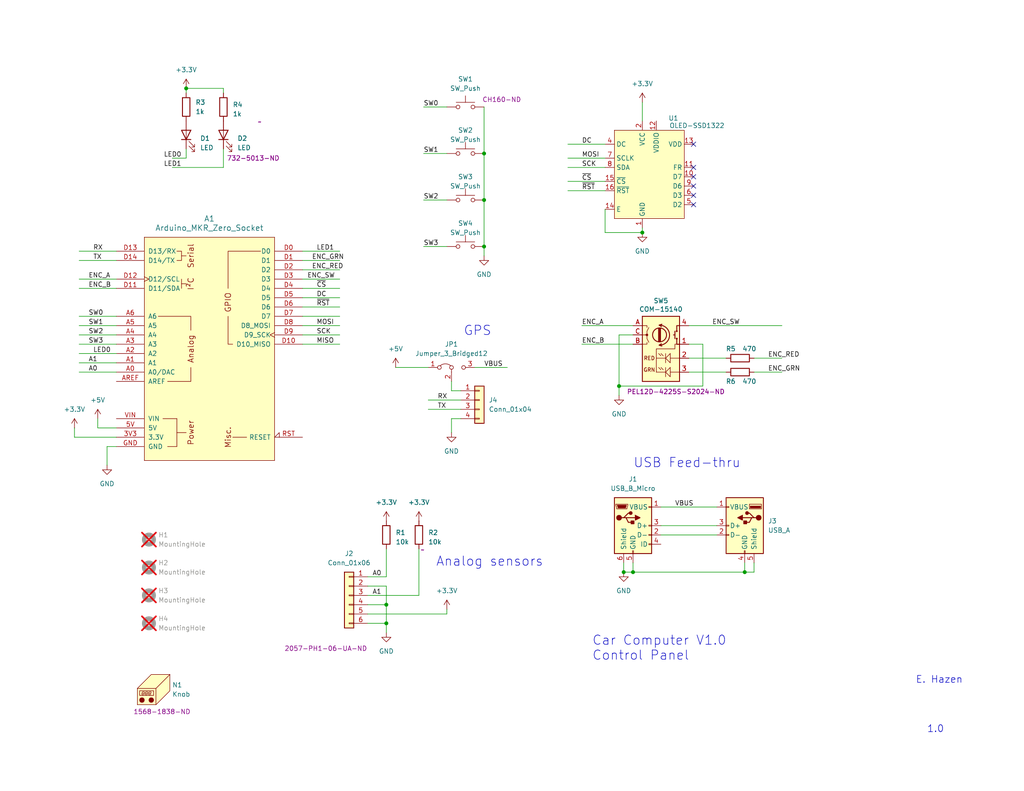
<source format=kicad_sch>
(kicad_sch (version 20250114) (generator "eeschema") (generator_version "9.0")
  (paper "A")
  (lib_symbols
    (symbol "Connector:USB_A" (pin_names (offset 1.016))
      (property "Reference" "J" (at -5.08 11.43 0))
      (property "Value" "USB_A" (at -5.08 8.89 0))
      (symbol "USB_A_0_1"
        (rectangle (start -5.08 -7.62) (end 5.08 7.62) (stroke (width 0.254)) (fill (type background)))
        (circle (center -3.81 2.159) (radius 0.635) (stroke (width 0.254)) (fill (type outline)))
        (polyline (pts (xy -3.175 2.159) (xy -2.54 2.159) (xy -1.27 3.429) (xy -0.635 3.429)) (stroke (width 0.254)))
        (polyline (pts (xy -2.54 2.159) (xy -1.905 2.159) (xy -1.27 0.889) (xy 0 0.889)) (stroke (width 0.254)))
        (rectangle (start -1.524 4.826) (end -4.318 5.334) (fill (type outline)))
        (rectangle (start -1.27 4.572) (end -4.572 5.842))
        (circle (center -0.635 3.429) (radius 0.381) (stroke (width 0.254)) (fill (type outline)))
        (rectangle (start -0.127 -7.62) (end 0.127 -6.858))
        (rectangle (start 0.254 1.27) (end -0.508 0.508) (stroke (width 0.254)) (fill (type outline)))
        (polyline (pts (xy 0.635 2.794) (xy 0.635 1.524) (xy 1.905 2.159) (xy 0.635 2.794)) (stroke (width 0.254)) (fill (type outline)))
        (rectangle (start 5.08 4.953) (end 4.318 5.207))
        (rectangle (start 5.08 -0.127) (end 4.318 0.127))
        (rectangle (start 5.08 -2.667) (end 4.318 -2.413))
      )
      (symbol "USB_A_1_1"
        (polyline (pts (xy -1.905 2.159) (xy 0.635 2.159)) (stroke (width 0.254)))
        (pin passive line (at -2.54 -10.16 90) (length 2.54) (name "Shield") (number "5"))
        (pin power_in line (at 0 -10.16 90) (length 2.54) (name "GND") (number "4"))
        (pin power_in line (at 7.62 5.08 180) (length 2.54) (name "VBUS") (number "1"))
        (pin bidirectional line (at 7.62 0 180) (length 2.54) (name "D+") (number "3"))
        (pin bidirectional line (at 7.62 -2.54 180) (length 2.54) (name "D-") (number "2"))
      )
    )
    (symbol "Connector:USB_B_Micro" (pin_names (offset 1.016))
      (property "Reference" "J" (at -5.08 11.43 0))
      (property "Value" "USB_B_Micro" (at -5.08 8.89 0))
      (symbol "USB_B_Micro_0_1"
        (rectangle (start -5.08 -7.62) (end 5.08 7.62) (stroke (width 0.254)) (fill (type background)))
        (polyline (pts (xy -4.699 5.842) (xy -4.699 5.588) (xy -4.445 4.826) (xy -4.445 4.572) (xy -1.651 4.572) (xy -1.651 4.826) (xy -1.397 5.588) (xy -1.397 5.842) (xy -4.699 5.842)))
        (polyline (pts (xy -4.318 5.588) (xy -1.778 5.588) (xy -2.032 4.826) (xy -4.064 4.826) (xy -4.318 5.588)) (fill (type outline)))
        (circle (center -3.81 2.159) (radius 0.635) (stroke (width 0.254)) (fill (type outline)))
        (polyline (pts (xy -3.175 2.159) (xy -2.54 2.159) (xy -1.27 3.429) (xy -0.635 3.429)) (stroke (width 0.254)))
        (polyline (pts (xy -2.54 2.159) (xy -1.905 2.159) (xy -1.27 0.889) (xy 0 0.889)) (stroke (width 0.254)))
        (polyline (pts (xy -1.905 2.159) (xy 0.635 2.159)) (stroke (width 0.254)))
        (circle (center -0.635 3.429) (radius 0.381) (stroke (width 0.254)) (fill (type outline)))
        (rectangle (start -0.127 -7.62) (end 0.127 -6.858))
        (rectangle (start 0.254 1.27) (end -0.508 0.508) (stroke (width 0.254)) (fill (type outline)))
        (polyline (pts (xy 0.635 2.794) (xy 0.635 1.524) (xy 1.905 2.159) (xy 0.635 2.794)) (stroke (width 0.254)) (fill (type outline)))
        (rectangle (start 5.08 4.953) (end 4.318 5.207))
        (rectangle (start 5.08 -0.127) (end 4.318 0.127))
        (rectangle (start 5.08 -2.667) (end 4.318 -2.413))
        (rectangle (start 5.08 -5.207) (end 4.318 -4.953))
      )
      (symbol "USB_B_Micro_1_1"
        (pin passive line (at -2.54 -10.16 90) (length 2.54) (name "Shield") (number "6"))
        (pin power_out line (at 0 -10.16 90) (length 2.54) (name "GND") (number "5"))
        (pin power_out line (at 7.62 5.08 180) (length 2.54) (name "VBUS") (number "1"))
        (pin bidirectional line (at 7.62 0 180) (length 2.54) (name "D+") (number "3"))
        (pin bidirectional line (at 7.62 -2.54 180) (length 2.54) (name "D-") (number "2"))
        (pin passive line (at 7.62 -5.08 180) (length 2.54) (name "ID") (number "4"))
      )
    )
    (symbol "Connector_Generic:Conn_01x04" (pin_names (offset 1.016) (hide yes))
      (property "Reference" "J" (at 0 5.08 0))
      (property "Value" "Conn_01x04" (at 0 -7.62 0))
      (symbol "Conn_01x04_1_1"
        (rectangle (start -1.27 3.81) (end 1.27 -6.35) (stroke (width 0.254)) (fill (type background)))
        (rectangle (start -1.27 2.667) (end 0 2.413) (stroke (width 0.1524)))
        (rectangle (start -1.27 0.127) (end 0 -0.127) (stroke (width 0.1524)))
        (rectangle (start -1.27 -2.413) (end 0 -2.667) (stroke (width 0.1524)))
        (rectangle (start -1.27 -4.953) (end 0 -5.207) (stroke (width 0.1524)))
        (pin passive line (at -5.08 2.54 0) (length 3.81) (name "Pin_1") (number "1"))
        (pin passive line (at -5.08 0 0) (length 3.81) (name "Pin_2") (number "2"))
        (pin passive line (at -5.08 -2.54 0) (length 3.81) (name "Pin_3") (number "3"))
        (pin passive line (at -5.08 -5.08 0) (length 3.81) (name "Pin_4") (number "4"))
      )
    )
    (symbol "Connector_Generic:Conn_01x06" (pin_names (offset 1.016) (hide yes))
      (property "Reference" "J" (at 0 7.62 0))
      (property "Value" "Conn_01x06" (at 0 -10.16 0))
      (symbol "Conn_01x06_1_1"
        (rectangle (start -1.27 6.35) (end 1.27 -8.89) (stroke (width 0.254)) (fill (type background)))
        (rectangle (start -1.27 5.207) (end 0 4.953) (stroke (width 0.1524)))
        (rectangle (start -1.27 2.667) (end 0 2.413) (stroke (width 0.1524)))
        (rectangle (start -1.27 0.127) (end 0 -0.127) (stroke (width 0.1524)))
        (rectangle (start -1.27 -2.413) (end 0 -2.667) (stroke (width 0.1524)))
        (rectangle (start -1.27 -4.953) (end 0 -5.207) (stroke (width 0.1524)))
        (rectangle (start -1.27 -7.493) (end 0 -7.747) (stroke (width 0.1524)))
        (pin passive line (at -5.08 5.08 0) (length 3.81) (name "Pin_1") (number "1"))
        (pin passive line (at -5.08 2.54 0) (length 3.81) (name "Pin_2") (number "2"))
        (pin passive line (at -5.08 0 0) (length 3.81) (name "Pin_3") (number "3"))
        (pin passive line (at -5.08 -2.54 0) (length 3.81) (name "Pin_4") (number "4"))
        (pin passive line (at -5.08 -5.08 0) (length 3.81) (name "Pin_5") (number "5"))
        (pin passive line (at -5.08 -7.62 0) (length 3.81) (name "Pin_6") (number "6"))
      )
    )
    (symbol "Device:LED" (pin_numbers (hide yes)) (pin_names (offset 1.016) (hide yes))
      (property "Reference" "D" (at 0 2.54 0))
      (property "Value" "LED" (at 0 -2.54 0))
      (symbol "LED_0_1"
        (polyline (pts (xy -3.048 -0.762) (xy -4.572 -2.286) (xy -3.81 -2.286) (xy -4.572 -2.286) (xy -4.572 -1.524)))
        (polyline (pts (xy -1.778 -0.762) (xy -3.302 -2.286) (xy -2.54 -2.286) (xy -3.302 -2.286) (xy -3.302 -1.524)))
        (polyline (pts (xy -1.27 0) (xy 1.27 0)))
        (polyline (pts (xy -1.27 -1.27) (xy -1.27 1.27)) (stroke (width 0.254)))
        (polyline (pts (xy 1.27 -1.27) (xy 1.27 1.27) (xy -1.27 0) (xy 1.27 -1.27)) (stroke (width 0.254)))
      )
      (symbol "LED_1_1"
        (pin passive line (at -3.81 0 0) (length 2.54) (name "K") (number "1"))
        (pin passive line (at 3.81 0 180) (length 2.54) (name "A") (number "2"))
      )
    )
    (symbol "Device:R" (pin_numbers (hide yes)) (pin_names (offset 0))
      (property "Reference" "R" (at 2.032 0 90))
      (property "Value" "R" (at 0 0 90))
      (symbol "R_0_1"
        (rectangle (start -1.016 -2.54) (end 1.016 2.54) (stroke (width 0.254)))
      )
      (symbol "R_1_1"
        (pin passive line (at 0 3.81 270) (length 1.27) (name "~") (number "1"))
        (pin passive line (at 0 -3.81 90) (length 1.27) (name "~") (number "2"))
      )
    )
    (symbol "Jumper:Jumper_3_Bridged12" (pin_names (offset 0) (hide yes)) (in_bom no)
      (property "Reference" "JP" (at -2.54 -2.54 0))
      (property "Value" "Jumper_3_Bridged12" (at 0 2.794 0))
      (symbol "Jumper_3_Bridged12_0_0"
        (circle (center -3.302 0) (radius 0.508))
        (circle (center 0 0) (radius 0.508))
        (circle (center 3.302 0) (radius 0.508))
      )
      (symbol "Jumper_3_Bridged12_0_1"
        (arc (start -3.048 0.508) (mid -1.651 0.9912) (end -0.254 0.508))
        (polyline (pts (xy 0 -1.27) (xy 0 -0.508)))
      )
      (symbol "Jumper_3_Bridged12_1_1"
        (pin passive line (at -6.35 0 0) (length 2.54) (name "A") (number "1"))
        (pin passive line (at 0 -3.81 90) (length 2.54) (name "C") (number "2"))
        (pin passive line (at 6.35 0 180) (length 2.54) (name "B") (number "3"))
      )
    )
    (symbol "Mechanical:Housing" (pin_names (offset 1.016)) (exclude_from_sim yes)
      (property "Reference" "N" (at 3.81 0 0))
      (property "Value" "Housing" (at 3.81 -1.905 0))
      (symbol "Housing_0_1"
        (polyline (pts (xy -5.715 0) (xy -0.635 0) (xy 3.175 3.81)))
        (polyline (pts (xy -5.715 0) (xy -5.715 -4.445) (xy -0.635 -4.445) (xy 3.175 -0.635) (xy 3.175 3.81) (xy -1.905 3.81) (xy -5.715 0)) (fill (type background)))
        (rectangle (start -5.08 -0.635) (end -1.27 -1.905))
        (polyline (pts (xy -4.5212 -1.5748) (xy -4.4704 -1.3716)))
        (circle (center -4.445 -3.175) (radius 0.635) (fill (type outline)))
        (polyline (pts (xy -4.4196 -1.2192) (xy -4.3688 -0.9652)))
        (polyline (pts (xy -4.4196 -1.6764) (xy -4.064 -1.6764)))
        (polyline (pts (xy -4.318 -1.3208) (xy -4.0132 -1.3208)))
        (polyline (pts (xy -4.2164 -0.9144) (xy -3.9116 -0.9144)))
        (polyline (pts (xy -3.9116 -1.6256) (xy -3.8608 -1.3716)))
        (polyline (pts (xy -3.81 -1.2192) (xy -3.7592 -0.9652)))
        (polyline (pts (xy -3.6068 -1.5748) (xy -3.556 -1.3716)))
        (polyline (pts (xy -3.5052 -1.2192) (xy -3.4544 -0.9652)))
        (polyline (pts (xy -3.5052 -1.6764) (xy -3.1496 -1.6764)))
        (polyline (pts (xy -3.4036 -1.3208) (xy -3.0988 -1.3208)))
        (polyline (pts (xy -3.302 -0.9144) (xy -2.9972 -0.9144)))
        (polyline (pts (xy -2.9972 -1.6256) (xy -2.9464 -1.3716)))
        (polyline (pts (xy -2.8956 -1.2192) (xy -2.8448 -0.9652)))
        (polyline (pts (xy -2.6924 -1.5748) (xy -2.6416 -1.3716)))
        (polyline (pts (xy -2.5908 -1.2192) (xy -2.54 -0.9652)))
        (polyline (pts (xy -2.5908 -1.6764) (xy -2.2352 -1.6764)))
        (polyline (pts (xy -2.4892 -1.3208) (xy -2.1844 -1.3208)))
        (polyline (pts (xy -2.3876 -0.9144) (xy -2.0828 -0.9144)))
        (polyline (pts (xy -2.0828 -1.6256) (xy -2.032 -1.3716)))
        (polyline (pts (xy -1.9812 -1.2192) (xy -1.9304 -0.9652)))
        (circle (center -1.905 -3.175) (radius 0.635) (fill (type outline)))
        (polyline (pts (xy -0.635 0) (xy -0.635 -4.445)))
      )
    )
    (symbol "Mechanical:MountingHole" (pin_names (offset 1.016)) (exclude_from_sim yes) (in_bom no)
      (property "Reference" "H" (at 0 5.08 0))
      (property "Value" "MountingHole" (at 0 3.175 0))
      (symbol "MountingHole_0_1"
        (circle (center 0 0) (radius 1.27) (stroke (width 1.27)))
      )
    )
    (symbol "Switch:SW_Push" (pin_numbers (hide yes)) (pin_names (offset 1.016) (hide yes))
      (property "Reference" "SW" (at 1.27 2.54 0))
      (property "Value" "SW_Push" (at 0 -1.524 0))
      (symbol "SW_Push_0_1"
        (circle (center -2.032 0) (radius 0.508))
        (polyline (pts (xy 0 1.27) (xy 0 3.048)))
        (circle (center 2.032 0) (radius 0.508))
        (polyline (pts (xy 2.54 1.27) (xy -2.54 1.27)))
        (pin passive line (at -5.08 0 0) (length 2.54) (name "1") (number "1"))
        (pin passive line (at 5.08 0 180) (length 2.54) (name "2") (number "2"))
      )
    )
    (symbol "arduino-library:Arduino_MKR_Zero_Socket" (pin_names (offset 1.016))
      (property "Reference" "A" (at 0 36.83 0))
      (property "Value" "Arduino_MKR_Zero_Socket" (at 0 33.02 0))
      (symbol "Arduino_MKR_Zero_Socket_0_0"
        (rectangle (start -17.78 30.48) (end 17.78 -30.48) (fill (type background)))
        (rectangle (start -12.7 -19.05) (end -8.89 -19.05))
        (rectangle (start -11.43 -26.67) (end -8.89 -26.67))
        (polyline (pts (xy -8.89 26.67) (xy -7.62 26.67) (xy -7.62 24.13) (xy -8.89 24.13)))
        (polyline (pts (xy -8.89 -19.05) (xy -8.89 -26.67)))
        (rectangle (start -8.89 -22.86) (end -6.35 -22.86))
        (polyline (pts (xy -7.62 25.4) (xy -6.35 25.4)))
        (polyline (pts (xy -5.08 5.08) (xy -5.08 8.89) (xy -13.97 8.89)))
        (polyline (pts (xy -5.08 -5.08) (xy -5.08 -8.89) (xy -11.43 -8.89)))
        (polyline (pts (xy 5.08 16.51) (xy 5.08 26.67) (xy 13.97 26.67)))
        (polyline (pts (xy 5.08 8.89) (xy 5.08 1.27) (xy 6.35 1.27)))
        (rectangle (start 6.35 -24.13) (end 10.16 -24.13))
        (text "Serial" (at -5.08 25.4 900) (effects (font (size 1.524 1.524))))
        (text "I²C" (at -5.08 17.78 900) (effects (font (size 1.524 1.524))))
        (text "Analog" (at -5.08 0 900) (effects (font (size 1.524 1.524))))
        (text "Power" (at -5.08 -22.86 900) (effects (font (size 1.524 1.524))))
        (text "Misc." (at 5.08 -24.13 900) (effects (font (size 1.524 1.524))))
      )
      (symbol "Arduino_MKR_Zero_Socket_0_1"
        (polyline (pts (xy -7.62 17.78) (xy -6.35 17.78)))
        (polyline (pts (xy -7.62 16.51) (xy -7.62 19.05)))
      )
      (symbol "Arduino_MKR_Zero_Socket_1_0"
        (text "GPIO" (at 5.08 12.7 900) (effects (font (size 1.524 1.524))))
      )
      (symbol "Arduino_MKR_Zero_Socket_1_1"
        (pin bidirectional line (at -25.4 26.67 0) (length 7.62) (name "D13/RX") (number "D13"))
        (pin bidirectional line (at -25.4 24.13 0) (length 7.62) (name "D14/TX") (number "D14"))
        (pin bidirectional clock (at -25.4 19.05 0) (length 7.62) (name "D12/SCL") (number "D12"))
        (pin bidirectional line (at -25.4 16.51 0) (length 7.62) (name "D11/SDA") (number "D11"))
        (pin bidirectional line (at -25.4 8.89 0) (length 7.62) (name "A6") (number "A6"))
        (pin bidirectional line (at -25.4 6.35 0) (length 7.62) (name "A5") (number "A5"))
        (pin bidirectional line (at -25.4 3.81 0) (length 7.62) (name "A4") (number "A4"))
        (pin bidirectional line (at -25.4 1.27 0) (length 7.62) (name "A3") (number "A3"))
        (pin bidirectional line (at -25.4 -1.27 0) (length 7.62) (name "A2") (number "A2"))
        (pin bidirectional line (at -25.4 -3.81 0) (length 7.62) (name "A1") (number "A1"))
        (pin bidirectional line (at -25.4 -6.35 0) (length 7.62) (name "A0/DAC") (number "A0"))
        (pin input line (at -25.4 -8.89 0) (length 7.62) (name "AREF") (number "AREF"))
        (pin power_in line (at -25.4 -19.05 0) (length 7.62) (name "VIN") (number "VIN"))
        (pin power_in line (at -25.4 -21.59 0) (length 7.62) (name "5V") (number "5V"))
        (pin power_out line (at -25.4 -24.13 0) (length 7.62) (name "3.3V") (number "3V3"))
        (pin power_in line (at -25.4 -26.67 0) (length 7.62) (name "GND") (number "GND"))
        (pin bidirectional line (at 25.4 26.67 180) (length 7.62) (name "D0") (number "D0"))
        (pin bidirectional line (at 25.4 24.13 180) (length 7.62) (name "D1") (number "D1"))
        (pin bidirectional line (at 25.4 21.59 180) (length 7.62) (name "D2") (number "D2"))
        (pin bidirectional line (at 25.4 19.05 180) (length 7.62) (name "D3") (number "D3"))
        (pin bidirectional line (at 25.4 16.51 180) (length 7.62) (name "D4") (number "D4"))
        (pin bidirectional line (at 25.4 13.97 180) (length 7.62) (name "D5") (number "D5"))
        (pin bidirectional line (at 25.4 11.43 180) (length 7.62) (name "D6") (number "D6"))
        (pin bidirectional line (at 25.4 8.89 180) (length 7.62) (name "D7") (number "D7"))
        (pin bidirectional line (at 25.4 6.35 180) (length 7.62) (name "D8_MOSI") (number "D8"))
        (pin bidirectional clock (at 25.4 3.81 180) (length 7.62) (name "D9_SCK") (number "D9"))
        (pin bidirectional line (at 25.4 1.27 180) (length 7.62) (name "D10_MISO") (number "D10"))
        (pin open_collector input_low (at 25.4 -24.13 180) (length 7.62) (name "RESET") (number "RST"))
      )
    )
    (symbol "my_oled:oled_16p"
      (property "Reference" "U" (at 8.382 22.86 0))
      (property "Value" "OLED-SSD1322" (at 15.24 21.082 0))
      (symbol "oled_16p_1_1"
        (rectangle (start -7.62 16.51) (end 11.43 -7.62) (fill (type background)))
        (pin input line (at -10.16 12.7 0) (length 2.54) (name "DC") (number "4"))
        (pin input line (at -10.16 8.89 0) (length 2.54) (name "SCLK") (number "7"))
        (pin input line (at -10.16 6.35 0) (length 2.54) (name "SDA") (number "8"))
        (pin input line (at -10.16 2.54 0) (length 2.54) (name "~{CS}") (number "15"))
        (pin input line (at -10.16 0 0) (length 2.54) (name "~{RST}") (number "16"))
        (pin input line (at -10.16 -5.08 0) (length 2.54) (name "E") (number "14"))
        (pin power_in line (at 0 19.05 270) (length 2.54) (name "VCC") (number "2"))
        (pin power_out line (at 0 -10.16 90) (length 2.54) (name "GND") (number "1"))
        (pin input line (at 3.81 19.05 270) (length 2.54) (name "VDDIO") (number "12"))
        (pin input line (at 13.97 12.7 180) (length 2.54) (name "VDD") (number "13"))
        (pin input line (at 13.97 6.35 180) (length 2.54) (name "FR") (number "11"))
        (pin input line (at 13.97 3.81 180) (length 2.54) (name "D7") (number "10"))
        (pin input line (at 13.97 1.27 180) (length 2.54) (name "D6") (number "9"))
        (pin input line (at 13.97 -1.27 180) (length 2.54) (name "D3") (number "6"))
        (pin input line (at 13.97 -3.81 180) (length 2.54) (name "D2") (number "5"))
      )
    )
    (symbol "power:+3.3V" (power) (pin_numbers (hide yes)) (pin_names (offset 0) (hide yes))
      (property "Value" "+3.3V" (at 0 3.556 0))
      (symbol "+3.3V_0_1"
        (polyline (pts (xy -0.762 1.27) (xy 0 2.54)))
        (polyline (pts (xy 0 2.54) (xy 0.762 1.27)))
        (polyline (pts (xy 0 0) (xy 0 2.54)))
      )
      (symbol "+3.3V_1_1"
        (pin power_in line (at 0 0 90) (length 0) (name "~") (number "1"))
      )
    )
    (symbol "power:+5V" (power) (pin_numbers (hide yes)) (pin_names (offset 0) (hide yes))
      (property "Value" "+5V" (at 0 3.556 0))
      (symbol "+5V_0_1"
        (polyline (pts (xy -0.762 1.27) (xy 0 2.54)))
        (polyline (pts (xy 0 2.54) (xy 0.762 1.27)))
        (polyline (pts (xy 0 0) (xy 0 2.54)))
      )
      (symbol "+5V_1_1"
        (pin power_in line (at 0 0 90) (length 0) (name "~") (number "1"))
      )
    )
    (symbol "power:GND" (power) (pin_names (offset 0))
      (property "Value" "GND" (at 0 -3.81 0))
      (symbol "GND_0_1"
        (polyline (pts (xy 0 0) (xy 0 -1.27) (xy 1.27 -1.27) (xy 0 -2.54) (xy -1.27 -1.27) (xy 0 -1.27)))
      )
      (symbol "GND_1_1"
        (pin power_in line (at 0 0 270) (length 0) (hide yes) (name "GND") (number "1"))
      )
    )
    (symbol "tens:COM-15140" (pin_names (offset 0.254) (hide yes))
      (property "Reference" "SW" (at -3.81 7.62 0))
      (property "Value" "COM-15140" (at 6.35 7.62 0))
      (symbol "COM-15140_0_0"
        (polyline (pts (xy -1.27 -10.16) (xy -1.27 -6.35) (xy -1.27 -3.81) (xy 3.81 -3.81) (xy 3.81 -2.54) (xy 5.08 -2.54)))
        (polyline (pts (xy 0 -5.715) (xy -0.635 -5.08)))
        (polyline (pts (xy 0 -9.525) (xy -0.635 -8.89)))
        (polyline (pts (xy 0.635 -5.715) (xy 0 -5.08)))
        (polyline (pts (xy 0.635 -9.525) (xy 0 -8.89)))
        (polyline (pts (xy 1.27 -5.08) (xy 1.27 -7.62)))
        (polyline (pts (xy 1.27 -6.35) (xy -1.27 -6.35)))
        (polyline (pts (xy 1.27 -8.89) (xy 1.27 -11.43)))
        (polyline (pts (xy 1.27 -10.16) (xy -1.27 -10.16)))
        (polyline (pts (xy 2.54 -5.08) (xy 2.54 -7.62) (xy 1.27 -6.35) (xy 2.54 -5.08)))
        (polyline (pts (xy 2.54 -8.89) (xy 2.54 -11.43) (xy 1.27 -10.16) (xy 2.54 -8.89)))
        (polyline (pts (xy 5.08 -6.35) (xy 2.54 -6.35)))
        (polyline (pts (xy 5.08 -10.16) (xy 2.54 -10.16)))
        (text "RED" (at -3.175 -6.35 0) (effects (font (size 1.016 1.016))))
        (text "GRN" (at -3.175 -9.525 0) (effects (font (size 1.016 1.016))))
      )
      (symbol "COM-15140_0_1"
        (rectangle (start -5.08 5.08) (end 5.08 -12.7) (stroke (width 0.254)) (fill (type background)))
        (polyline (pts (xy -5.08 2.54) (xy -3.81 2.54) (xy -3.81 2.032)))
        (polyline (pts (xy -5.08 0) (xy -3.81 0) (xy -3.81 -1.016) (xy -3.302 -2.032)))
        (polyline (pts (xy -5.08 -2.54) (xy -3.81 -2.54) (xy -3.81 -2.032)))
        (polyline (pts (xy -4.318 0) (xy -3.81 0) (xy -3.81 1.016) (xy -3.302 2.032)))
        (circle (center -3.81 0) (radius 0.254) (fill (type outline)))
        (polyline (pts (xy -0.635 -1.778) (xy -0.635 1.778)) (stroke (width 0.254)))
        (arc (start -0.381 2.667) (mid 2.3376 -0.0635) (end -0.381 -2.794) (stroke (width 0.254)))
        (circle (center -0.381 0) (radius 1.905) (stroke (width 0.254)))
        (polyline (pts (xy -0.381 -1.778) (xy -0.381 1.778)) (stroke (width 0.254)))
        (polyline (pts (xy -0.127 1.778) (xy -0.127 -1.778)) (stroke (width 0.254)))
        (polyline (pts (xy 0.254 2.921) (xy -0.508 2.667) (xy 0.127 2.286)) (stroke (width 0.254)))
        (polyline (pts (xy 0.254 -3.048) (xy -0.508 -2.794) (xy 0.127 -2.413)) (stroke (width 0.254)))
        (polyline (pts (xy 3.81 1.016) (xy 3.81 -1.016)) (stroke (width 0.254)))
        (polyline (pts (xy 3.81 0) (xy 3.429 0)) (stroke (width 0.254)))
        (circle (center 4.318 1.016) (radius 0.127) (stroke (width 0.254)))
        (circle (center 4.318 -1.016) (radius 0.127) (stroke (width 0.254)))
        (polyline (pts (xy 5.08 2.54) (xy 4.318 2.54) (xy 4.318 1.016)) (stroke (width 0.254)))
        (polyline (pts (xy 5.08 -2.54) (xy 4.318 -2.54) (xy 4.318 -1.016)) (stroke (width 0.254)))
      )
      (symbol "COM-15140_1_1"
        (pin passive line (at -7.62 2.54 0) (length 2.54) (name "A") (number "A"))
        (pin passive line (at -7.62 0 0) (length 2.54) (name "C") (number "C"))
        (pin passive line (at -7.62 -2.54 0) (length 2.54) (name "B") (number "B"))
        (pin passive line (at 7.62 2.54 180) (length 2.54) (name "S1") (number "4"))
        (pin passive line (at 7.62 -2.54 180) (length 2.54) (name "S2") (number "1"))
        (pin passive line (at 7.62 -6.35 180) (length 2.54) (name "RED") (number "2"))
        (pin passive line (at 7.62 -10.16 180) (length 2.54) (name "GREEN") (number "3"))
      )
    )
  )
  (text "E. Hazen" (at 256.286 185.674 0) (effects (font (size 1.905 1.905))))
  (text "GPS" (at 130.302 90.424 0) (effects (font (size 2.54 2.54))))
  (text "USB Feed-thru" (at 187.452 126.492 0) (effects (font (size 2.54 2.54))))
  (text "Car Computer V1.0\nControl Panel" (at 161.544 177.038 0) (effects (font (size 2.54 2.54)) (justify left)))
  (text "1.0" (at 255.27 199.136 0) (effects (font (size 1.905 1.905))))
  (text "Analog sensors" (at 133.604 153.416 0) (effects (font (size 2.54 2.54))))
  (junction (at 50.8 24.13))
  (junction (at 132.08 41.91))
  (junction (at 132.08 67.31))
  (junction (at 105.41 165.1))
  (junction (at 168.91 105.41))
  (junction (at 105.41 170.18))
  (junction (at 203.2 156.21))
  (junction (at 170.18 156.21))
  (junction (at 172.72 156.21))
  (junction (at 132.08 54.61))
  (junction (at 175.26 63.5))
  (no_connect (at 189.23 48.26))
  (no_connect (at 189.23 45.72))
  (no_connect (at 189.23 53.34))
  (no_connect (at 189.23 50.8))
  (no_connect (at 189.23 55.88))
  (no_connect (at 189.23 39.37))
  (wire (pts (xy 31.75 121.92) (xy 29.21 121.92)))
  (wire (pts (xy 175.26 63.5) (xy 165.1 63.5)))
  (wire (pts (xy 205.74 97.79) (xy 213.36 97.79)))
  (wire (pts (xy 123.19 104.14) (xy 123.19 106.68)))
  (wire (pts (xy 50.8 43.18) (xy 46.99 43.18)))
  (wire (pts (xy 191.77 93.98) (xy 191.77 105.41)))
  (wire (pts (xy 187.96 88.9) (xy 213.36 88.9)))
  (wire (pts (xy 114.3 162.56) (xy 100.33 162.56)))
  (wire (pts (xy 168.91 105.41) (xy 191.77 105.41)))
  (wire (pts (xy 205.74 156.21) (xy 203.2 156.21)))
  (wire (pts (xy 154.94 39.37) (xy 165.1 39.37)))
  (wire (pts (xy 21.59 88.9) (xy 31.75 88.9)))
  (wire (pts (xy 105.41 157.48) (xy 100.33 157.48)))
  (wire (pts (xy 21.59 91.44) (xy 31.75 91.44)))
  (wire (pts (xy 21.59 76.2) (xy 31.75 76.2)))
  (wire (pts (xy 82.55 71.12) (xy 92.71 71.12)))
  (wire (pts (xy 116.84 109.22) (xy 125.73 109.22)))
  (wire (pts (xy 107.95 100.33) (xy 116.84 100.33)))
  (wire (pts (xy 129.54 100.33) (xy 138.43 100.33)))
  (wire (pts (xy 100.33 170.18) (xy 105.41 170.18)))
  (wire (pts (xy 132.08 67.31) (xy 132.08 69.85)))
  (wire (pts (xy 21.59 99.06) (xy 31.75 99.06)))
  (wire (pts (xy 203.2 156.21) (xy 203.2 153.67)))
  (wire (pts (xy 26.67 116.84) (xy 31.75 116.84)))
  (wire (pts (xy 82.55 83.82) (xy 92.71 83.82)))
  (wire (pts (xy 82.55 68.58) (xy 92.71 68.58)))
  (wire (pts (xy 50.8 24.13) (xy 60.96 24.13)))
  (wire (pts (xy 105.41 160.02) (xy 105.41 165.1)))
  (wire (pts (xy 82.55 81.28) (xy 92.71 81.28)))
  (wire (pts (xy 82.55 88.9) (xy 92.71 88.9)))
  (wire (pts (xy 132.08 54.61) (xy 132.08 67.31)))
  (wire (pts (xy 172.72 91.44) (xy 168.91 91.44)))
  (wire (pts (xy 82.55 78.74) (xy 92.71 78.74)))
  (wire (pts (xy 168.91 105.41) (xy 168.91 107.95)))
  (wire (pts (xy 100.33 165.1) (xy 105.41 165.1)))
  (wire (pts (xy 21.59 93.98) (xy 31.75 93.98)))
  (wire (pts (xy 115.57 54.61) (xy 121.92 54.61)))
  (wire (pts (xy 125.73 106.68) (xy 123.19 106.68)))
  (wire (pts (xy 205.74 101.6) (xy 213.36 101.6)))
  (wire (pts (xy 82.55 91.44) (xy 92.71 91.44)))
  (wire (pts (xy 180.34 143.51) (xy 195.58 143.51)))
  (wire (pts (xy 187.96 97.79) (xy 198.12 97.79)))
  (wire (pts (xy 172.72 156.21) (xy 203.2 156.21)))
  (wire (pts (xy 172.72 153.67) (xy 172.72 156.21)))
  (wire (pts (xy 29.21 121.92) (xy 29.21 127)))
  (wire (pts (xy 115.57 29.21) (xy 121.92 29.21)))
  (wire (pts (xy 187.96 93.98) (xy 191.77 93.98)))
  (wire (pts (xy 82.55 76.2) (xy 92.71 76.2)))
  (wire (pts (xy 115.57 41.91) (xy 121.92 41.91)))
  (wire (pts (xy 154.94 45.72) (xy 165.1 45.72)))
  (wire (pts (xy 168.91 91.44) (xy 168.91 105.41)))
  (wire (pts (xy 100.33 167.64) (xy 121.92 167.64)))
  (wire (pts (xy 154.94 52.07) (xy 165.1 52.07)))
  (wire (pts (xy 115.57 67.31) (xy 121.92 67.31)))
  (wire (pts (xy 21.59 101.6) (xy 31.75 101.6)))
  (wire (pts (xy 205.74 153.67) (xy 205.74 156.21)))
  (wire (pts (xy 158.75 88.9) (xy 172.72 88.9)))
  (wire (pts (xy 114.3 149.86) (xy 114.3 162.56)))
  (wire (pts (xy 82.55 86.36) (xy 92.71 86.36)))
  (wire (pts (xy 175.26 63.5) (xy 175.26 62.23)))
  (wire (pts (xy 105.41 165.1) (xy 105.41 170.18)))
  (wire (pts (xy 50.8 40.64) (xy 50.8 43.18)))
  (wire (pts (xy 170.18 156.21) (xy 172.72 156.21)))
  (wire (pts (xy 60.96 24.13) (xy 60.96 25.4)))
  (wire (pts (xy 21.59 68.58) (xy 31.75 68.58)))
  (wire (pts (xy 132.08 41.91) (xy 132.08 54.61)))
  (wire (pts (xy 154.94 43.18) (xy 165.1 43.18)))
  (wire (pts (xy 105.41 149.86) (xy 105.41 157.48)))
  (wire (pts (xy 170.18 153.67) (xy 170.18 156.21)))
  (wire (pts (xy 20.32 116.84) (xy 20.32 119.38)))
  (wire (pts (xy 132.08 29.21) (xy 132.08 41.91)))
  (wire (pts (xy 158.75 93.98) (xy 172.72 93.98)))
  (wire (pts (xy 187.96 101.6) (xy 198.12 101.6)))
  (wire (pts (xy 116.84 111.76) (xy 125.73 111.76)))
  (wire (pts (xy 60.96 45.72) (xy 60.96 40.64)))
  (wire (pts (xy 82.55 73.66) (xy 92.71 73.66)))
  (wire (pts (xy 21.59 96.52) (xy 31.75 96.52)))
  (wire (pts (xy 21.59 71.12) (xy 31.75 71.12)))
  (wire (pts (xy 50.8 25.4) (xy 50.8 24.13)))
  (wire (pts (xy 21.59 78.74) (xy 31.75 78.74)))
  (wire (pts (xy 121.92 167.64) (xy 121.92 166.37)))
  (wire (pts (xy 100.33 160.02) (xy 105.41 160.02)))
  (wire (pts (xy 175.26 27.94) (xy 175.26 33.02)))
  (wire (pts (xy 26.67 114.3) (xy 26.67 116.84)))
  (wire (pts (xy 20.32 119.38) (xy 31.75 119.38)))
  (wire (pts (xy 46.99 45.72) (xy 60.96 45.72)))
  (wire (pts (xy 154.94 49.53) (xy 165.1 49.53)))
  (wire (pts (xy 180.34 146.05) (xy 195.58 146.05)))
  (wire (pts (xy 180.34 138.43) (xy 195.58 138.43)))
  (wire (pts (xy 123.19 114.3) (xy 123.19 118.11)))
  (wire (pts (xy 105.41 170.18) (xy 105.41 172.72)))
  (wire (pts (xy 82.55 93.98) (xy 92.71 93.98)))
  (wire (pts (xy 21.59 86.36) (xy 31.75 86.36)))
  (wire (pts (xy 165.1 63.5) (xy 165.1 57.15)))
  (wire (pts (xy 125.73 114.3) (xy 123.19 114.3)))
  (label "~{RST}" (at 158.75 52.07 0))
  (label "SW2" (at 115.57 54.61 0))
  (label "ENC_B" (at 158.75 93.98 0))
  (label "RX" (at 119.38 109.22 0))
  (label "MISO" (at 86.36 93.98 0))
  (label "~{CS}" (at 158.75 49.53 0))
  (label "LED1" (at 49.53 45.72 180))
  (label "ENC_B" (at 24.13 78.74 0))
  (label "ENC_SW" (at 194.31 88.9 0))
  (label "A0" (at 24.13 101.6 0))
  (label "ENC_GRN" (at 85.09 71.12 0))
  (label "TX" (at 25.4 71.12 0))
  (label "VBUS" (at 132.08 100.33 0))
  (label "A1" (at 101.6 162.56 0))
  (label "DC" (at 86.36 81.28 0))
  (label "LED1" (at 86.36 68.58 0))
  (label "SCK" (at 86.36 91.44 0))
  (label "RX" (at 25.4 68.58 0))
  (label "~{CS}" (at 86.36 78.74 0))
  (label "ENC_A" (at 158.75 88.9 0))
  (label "ENC_SW" (at 83.82 76.2 0))
  (label "SW2" (at 24.13 91.44 0))
  (label "MOSI" (at 86.36 88.9 0))
  (label "SW0" (at 115.57 29.21 0))
  (label "SW1" (at 24.13 88.9 0))
  (label "ENC_GRN" (at 209.55 101.6 0))
  (label "MOSI" (at 158.75 43.18 0))
  (label "A0" (at 101.6 157.48 0))
  (label "A1" (at 24.13 99.06 0))
  (label "ENC_RED" (at 85.09 73.66 0))
  (label "SW0" (at 24.13 86.36 0))
  (label "ENC_A" (at 24.13 76.2 0))
  (label "SW3" (at 115.57 67.31 0))
  (label "LED0" (at 25.4 96.52 0))
  (label "ENC_RED" (at 209.55 97.79 0))
  (label "SCK" (at 158.75 45.72 0))
  (label "LED0" (at 49.53 43.18 180))
  (label "TX" (at 119.38 111.76 0))
  (label "~{RST}" (at 86.36 83.82 0))
  (label "DC" (at 158.75 39.37 0))
  (label "SW3" (at 24.13 93.98 0))
  (label "VBUS" (at 184.15 138.43 0))
  (label "SW1" (at 115.57 41.91 0))
  (symbol (lib_id "power:GND") (at 170.18 156.21 0) (mirror y) (unit 1)
    (property "Reference" "#PWR012" (effects (hide yes)))
    (property "Value" "GND" (at 170.18 161.29 0))
  )
  (symbol (lib_id "Device:R") (at 50.8 29.21 0) (unit 1) (in_bom no)
    (property "Reference" "R3" (at 53.34 27.9399 0) (effects (justify left)))
    (property "Value" "1k" (at 53.34 30.4799 0) (effects (justify left)))
    (property "Footprint" "Resistor_SMD:R_1206_3216Metric_Pad1.30x1.75mm_HandSolder" (effects (hide yes)))
  )
  (symbol (lib_id "power:GND") (at 29.21 127 0) (unit 1)
    (property "Reference" "#PWR06" (effects (hide yes)))
    (property "Value" "GND" (at 29.21 132.08 0))
  )
  (symbol (lib_id "Device:LED") (at 60.96 36.83 90) (unit 1)
    (property "Reference" "D2" (at 64.77 37.7825 90) (effects (justify right)))
    (property "Value" "LED" (at 64.77 40.3225 90) (effects (justify right)))
    (property "Footprint" "LED_THT:LED_D3.0mm" (effects (hide yes)))
    (property "CatNo" "732-5013-ND" (at 69.088 43.18 90))
    (property "MfgNo" "151033RS03000" (effects (hide yes)))
  )
  (symbol (lib_id "Connector:USB_B_Micro") (at 172.72 143.51 0) (unit 1)
    (property "Reference" "J1" (at 172.72 130.81 0))
    (property "Value" "USB_B_Micro" (at 172.72 133.35 0))
    (property "Footprint" "my_USB:CONN_USB3131-30-0230-A_GCT" (effects (hide yes)))
    (property "Description" "USB Micro Type B connector" (effects (hide yes)))
    (property "CatNo" "2073-USB3131-30-0230-ACT-ND" (effects (hide yes)))
    (property "MfgNo" "USB3131-30-0230-A" (effects (hide yes)))
  )
  (symbol (lib_id "Device:LED") (at 50.8 36.83 90) (unit 1)
    (property "Reference" "D1" (at 54.61 37.7825 90) (effects (justify right)))
    (property "Value" "LED" (at 54.61 40.3225 90) (effects (justify right)))
    (property "Footprint" "LED_THT:LED_D3.0mm" (effects (hide yes)))
    (property "CatNo" "732-5013-ND" (effects (hide yes)))
    (property "MfgNo" "151033RS03000" (effects (hide yes)))
  )
  (symbol (lib_id "power:+3.3V") (at 175.26 27.94 0) (unit 1)
    (property "Reference" "#PWR04" (effects (hide yes)))
    (property "Value" "+3.3V" (at 175.26 22.86 0))
    (property "Description" "Power symbol creates a global label with name \"+3.3V\"" (effects (hide yes)))
  )
  (symbol (lib_id "power:+5V") (at 107.95 100.33 0) (unit 1)
    (property "Reference" "#PWR013" (effects (hide yes)))
    (property "Value" "+5V" (at 107.95 95.25 0))
    (property "Description" "Power symbol creates a global label with name \"+5V\"" (effects (hide yes)))
  )
  (symbol (lib_id "Mechanical:MountingHole") (at 40.64 154.94 0) (unit 1) (exclude_from_sim yes) (in_bom no) (dnp yes)
    (property "Reference" "H2" (at 43.18 153.6699 0) (effects (justify left)))
    (property "Value" "MountingHole" (at 43.18 156.2099 0) (effects (justify left)))
    (property "Footprint" "my_mtg_hole:mtg_hole_4-40" (effects (hide yes)))
    (property "Description" "Mounting Hole without connection" (effects (hide yes)))
  )
  (symbol (lib_id "Mechanical:MountingHole") (at 40.64 162.56 0) (unit 1) (exclude_from_sim yes) (in_bom no) (dnp yes)
    (property "Reference" "H3" (at 43.18 161.2899 0) (effects (justify left)))
    (property "Value" "MountingHole" (at 43.18 163.8299 0) (effects (justify left)))
    (property "Footprint" "my_mtg_hole:mtg_hole_4-40" (effects (hide yes)))
    (property "Description" "Mounting Hole without connection" (effects (hide yes)))
  )
  (symbol (lib_id "Switch:SW_Push") (at 127 67.31 0) (unit 1)
    (property "Reference" "SW4" (at 127 60.96 0))
    (property "Value" "SW_Push" (at 127 63.5 0))
    (property "Footprint" "my_cherry:SW_Cherry_MX_1.00u_PCB" (effects (hide yes)))
    (property "CatNo" "CH160-ND" (effects (hide yes)))
    (property "MfgNo" "MX1A-11NW" (effects (hide yes)))
  )
  (symbol (lib_id "power:GND") (at 123.19 118.11 0) (unit 1)
    (property "Reference" "#PWR014" (effects (hide yes)))
    (property "Value" "GND" (at 123.19 123.19 0))
  )
  (symbol (lib_id "power:+3.3V") (at 20.32 116.84 0) (unit 1)
    (property "Reference" "#PWR01" (effects (hide yes)))
    (property "Value" "+3.3V" (at 20.32 111.76 0))
    (property "Description" "Power symbol creates a global label with name \"+3.3V\"" (effects (hide yes)))
  )
  (symbol (lib_id "power:+3.3V") (at 50.8 24.13 0) (unit 1)
    (property "Reference" "#PWR02" (effects (hide yes)))
    (property "Value" "+3.3V" (at 50.8 19.05 0))
    (property "Description" "Power symbol creates a global label with name \"+3.3V\"" (effects (hide yes)))
  )
  (symbol (lib_id "Device:R") (at 60.96 29.21 0) (unit 1) (in_bom no)
    (property "Reference" "R4" (at 63.5 28.575 0) (effects (justify left)))
    (property "Value" "1k" (at 63.5 31.115 0) (effects (justify left)))
    (property "Footprint" "Resistor_SMD:R_1206_3216Metric_Pad1.30x1.75mm_HandSolder" (effects (hide yes)))
    (property "CatNo" "~" (at 70.866 33.274 0))
  )
  (symbol (lib_id "power:GND") (at 132.08 69.85 0) (mirror y) (unit 1)
    (property "Reference" "#PWR010" (effects (hide yes)))
    (property "Value" "GND" (at 132.08 74.93 0))
  )
  (symbol (lib_id "power:+3.3V") (at 114.3 142.24 0) (unit 1)
    (property "Reference" "#PWR08" (effects (hide yes)))
    (property "Value" "+3.3V" (at 114.3 137.16 0))
    (property "Description" "Power symbol creates a global label with name \"+3.3V\"" (effects (hide yes)))
  )
  (symbol (lib_id "Device:R") (at 114.3 146.05 0) (unit 1) (in_bom no)
    (property "Reference" "R2" (at 116.84 145.415 0) (effects (justify left)))
    (property "Value" "10k" (at 116.84 147.955 0) (effects (justify left)))
    (property "Footprint" "Resistor_SMD:R_1206_3216Metric_Pad1.30x1.75mm_HandSolder" (effects (hide yes)))
  )
  (symbol (lib_id "power:GND") (at 175.26 63.5 0) (mirror y) (unit 1)
    (property "Reference" "#PWR05" (effects (hide yes)))
    (property "Value" "GND" (at 175.26 68.58 0))
  )
  (symbol (lib_id "Device:R") (at 201.93 101.6 90) (unit 1) (in_bom no)
    (property "Reference" "R6" (at 199.39 104.14 90))
    (property "Value" "470" (at 204.47 104.14 90))
    (property "Footprint" "Resistor_SMD:R_1206_3216Metric_Pad1.30x1.75mm_HandSolder" (effects (hide yes)))
    (property "CatNo" "A106077CT-ND" (effects (hide yes)))
    (property "MfgNo" "CRG1206F470R" (effects (hide yes)))
  )
  (symbol (lib_id "Connector_Generic:Conn_01x04") (at 130.81 109.22 0) (unit 1)
    (property "Reference" "J4" (at 133.35 109.2199 0) (effects (justify left)))
    (property "Value" "Conn_01x04" (at 133.35 111.7599 0) (effects (justify left)))
    (property "Footprint" "Connector_PinSocket_2.54mm:PinSocket_1x04_P2.54mm_Vertical" (effects (hide yes)))
    (property "Description" "Generic connector, single row, 01x04, script generated (kicad-library-utils/schlib/autogen/connector/)" (effects (hide yes)))
  )
  (symbol (lib_id "Mechanical:MountingHole") (at 40.64 170.18 0) (unit 1) (exclude_from_sim yes) (in_bom no) (dnp yes)
    (property "Reference" "H4" (at 43.18 168.9099 0) (effects (justify left)))
    (property "Value" "MountingHole" (at 43.18 171.4499 0) (effects (justify left)))
    (property "Footprint" "my_mtg_hole:mtg_hole_4-40" (effects (hide yes)))
    (property "Description" "Mounting Hole without connection" (effects (hide yes)))
  )
  (symbol (lib_id "power:+3.3V") (at 121.92 166.37 0) (unit 1)
    (property "Reference" "#PWR09" (effects (hide yes)))
    (property "Value" "+3.3V" (at 121.92 161.29 0))
    (property "Description" "Power symbol creates a global label with name \"+3.3V\"" (effects (hide yes)))
  )
  (symbol (lib_id "Switch:SW_Push") (at 127 54.61 0) (unit 1)
    (property "Reference" "SW3" (at 127 48.26 0))
    (property "Value" "SW_Push" (at 127 50.8 0))
    (property "Footprint" "my_cherry:SW_Cherry_MX_1.00u_PCB" (effects (hide yes)))
    (property "CatNo" "CH160-ND" (effects (hide yes)))
    (property "MfgNo" "MX1A-11NW" (effects (hide yes)))
  )
  (symbol (lib_id "Mechanical:Housing") (at 43.18 187.96 0) (unit 1)
    (property "Reference" "N1" (at 46.99 187.0074 0) (effects (justify left)))
    (property "Value" "Knob" (at 46.99 189.5474 0) (effects (justify left)))
    (property "Description" "Housing" (effects (hide yes)))
    (property "CatNo" "1568-1838-ND" (at 44.196 194.31 0))
    (property "MfgNo" "COM-10597" (effects (hide yes)))
  )
  (symbol (lib_id "Mechanical:MountingHole") (at 40.64 147.32 0) (unit 1) (exclude_from_sim yes) (in_bom no) (dnp yes)
    (property "Reference" "H1" (at 43.18 146.0499 0) (effects (justify left)))
    (property "Value" "MountingHole" (at 43.18 148.5899 0) (effects (justify left)))
    (property "Footprint" "my_mtg_hole:mtg_hole_4-40" (effects (hide yes)))
    (property "Description" "Mounting Hole without connection" (effects (hide yes)))
  )
  (symbol (lib_id "power:GND") (at 105.41 172.72 0) (mirror y) (unit 1)
    (property "Reference" "#PWR03" (effects (hide yes)))
    (property "Value" "GND" (at 105.41 177.8 0))
  )
  (symbol (lib_id "tens:COM-15140") (at 180.34 91.44 0) (unit 1)
    (property "Reference" "SW5" (at 180.34 82.1182 0))
    (property "Value" "COM-15140" (at 180.34 84.4296 0))
    (property "Footprint" "my_footprints:rotary-RG-3D" (effects (hide yes)))
    (property "CatNo" "PEL12D-4225S-S2024-ND" (at 184.404 106.934 0))
    (property "Vendor" "SparkFun" (effects (hide yes)))
    (property "MfgNo" "PEL12D-4225S-S2024" (effects (hide yes)))
  )
  (symbol (lib_id "Switch:SW_Push") (at 127 29.21 0) (unit 1)
    (property "Reference" "SW1" (at 127 21.59 0))
    (property "Value" "SW_Push" (at 127 24.13 0))
    (property "Footprint" "my_cherry:SW_Cherry_MX_1.00u_PCB" (effects (hide yes)))
    (property "CatNo" "CH160-ND" (at 136.906 27.178 0))
    (property "MfgNo" "MX1A-11NW" (effects (hide yes)))
  )
  (symbol (lib_id "Device:R") (at 105.41 146.05 0) (unit 1) (in_bom no)
    (property "Reference" "R1" (at 107.95 145.415 0) (effects (justify left)))
    (property "Value" "10k" (at 107.95 147.955 0) (effects (justify left)))
    (property "Footprint" "Resistor_SMD:R_1206_3216Metric_Pad1.30x1.75mm_HandSolder" (effects (hide yes)))
    (property "CatNo" "~" (at 115.316 150.114 0))
  )
  (symbol (lib_id "Jumper:Jumper_3_Bridged12") (at 123.19 100.33 0) (unit 1) (in_bom no)
    (property "Reference" "JP1" (at 123.19 93.98 0))
    (property "Value" "Jumper_3_Bridged12" (at 123.19 96.52 0))
    (property "Footprint" "Connector_PinHeader_2.54mm:PinHeader_1x03_P2.54mm_Vertical" (effects (hide yes)))
    (property "Description" "Jumper, 3-pole, pins 1+2 closed/bridged" (effects (hide yes)))
  )
  (symbol (lib_id "power:GND") (at 168.91 107.95 0) (mirror y) (unit 1)
    (property "Reference" "#PWR011" (effects (hide yes)))
    (property "Value" "GND" (at 168.91 113.03 0))
  )
  (symbol (lib_id "Device:R") (at 201.93 97.79 90) (mirror x) (unit 1) (in_bom no)
    (property "Reference" "R5" (at 199.39 95.25 90))
    (property "Value" "470" (at 204.47 95.25 90))
    (property "Footprint" "Resistor_SMD:R_1206_3216Metric_Pad1.30x1.75mm_HandSolder" (effects (hide yes)))
    (property "CatNo" "A106077CT-ND" (effects (hide yes)))
    (property "MfgNo" "CRG1206F470R" (effects (hide yes)))
  )
  (symbol (lib_id "Connector_Generic:Conn_01x06") (at 95.25 162.56 0) (mirror y) (unit 1)
    (property "Reference" "J2" (at 95.25 151.13 0))
    (property "Value" "Conn_01x06" (at 95.25 153.67 0))
    (property "Footprint" "Connector_PinHeader_2.54mm:PinHeader_1x06_P2.54mm_Vertical" (effects (hide yes)))
    (property "Description" "Generic connector, single row, 01x06, script generated (kicad-library-utils/schlib/autogen/connector/)" (effects (hide yes)))
    (property "CatNo" "2057-PH1-06-UA-ND" (at 88.9 177.038 0))
    (property "MfgNo" "PH1-06-UA" (effects (hide yes)))
  )
  (symbol (lib_id "my_oled:oled_16p") (at 175.26 52.07 0) (unit 1)
    (property "Reference" "U1" (at 182.372 32.258 0) (effects (justify left)))
    (property "Value" "OLED-SSD1322" (at 182.626 34.29 0) (effects (justify left)))
    (property "Footprint" "my_OLED:OLED_312_16pin" (effects (hide yes)))
  )
  (symbol (lib_id "power:+3.3V") (at 105.41 142.24 0) (unit 1)
    (property "Reference" "#PWR07" (effects (hide yes)))
    (property "Value" "+3.3V" (at 105.41 137.16 0))
    (property "Description" "Power symbol creates a global label with name \"+3.3V\"" (effects (hide yes)))
  )
  (symbol (lib_id "Switch:SW_Push") (at 127 41.91 0) (unit 1)
    (property "Reference" "SW2" (at 127 35.56 0))
    (property "Value" "SW_Push" (at 127 38.1 0))
    (property "Footprint" "my_cherry:SW_Cherry_MX_1.00u_PCB" (effects (hide yes)))
    (property "CatNo" "CH160-ND" (effects (hide yes)))
    (property "MfgNo" "MX1A-11NW" (effects (hide yes)))
  )
  (symbol (lib_id "arduino-library:Arduino_MKR_Zero_Socket") (at 57.15 95.25 0) (unit 1)
    (property "Reference" "A1" (at 57.15 59.69 0) (effects (font (size 1.524 1.524))))
    (property "Value" "Arduino_MKR_Zero_Socket" (at 57.15 62.23 0) (effects (font (size 1.524 1.524))))
    (property "Footprint" "PCM_arduino-library:Arduino_MKR_Zero_Socket" (effects (hide yes)))
    (property "Datasheet" "https://docs.arduino.cc/hardware/mkr-zero" (effects (hide yes)))
    (property "Description" "Socket for Arduino MKR Zero" (effects (hide yes)))
  )
  (symbol (lib_id "power:+5V") (at 26.67 114.3 0) (unit 1)
    (property "Reference" "#PWR015" (effects (hide yes)))
    (property "Value" "+5V" (at 26.67 109.22 0))
    (property "Description" "Power symbol creates a global label with name \"+5V\"" (effects (hide yes)))
  )
  (symbol (lib_id "Connector:USB_A") (at 203.2 143.51 0) (mirror y) (unit 1)
    (property "Reference" "J3" (at 209.55 142.2399 0) (effects (justify right)))
    (property "Value" "USB_A" (at 209.55 144.7799 0) (effects (justify right)))
    (property "Footprint" "my_USB:CONN_USB-A-S-VT_ADM" (effects (hide yes)))
    (property "Description" "USB Type A connector" (effects (hide yes)))
    (property "CatNo" "2057-USB-A-S-VT-ND" (effects (hide yes)))
    (property "MfgNo" "USB-A-S-VT" (effects (hide yes)))
  )
)
</source>
